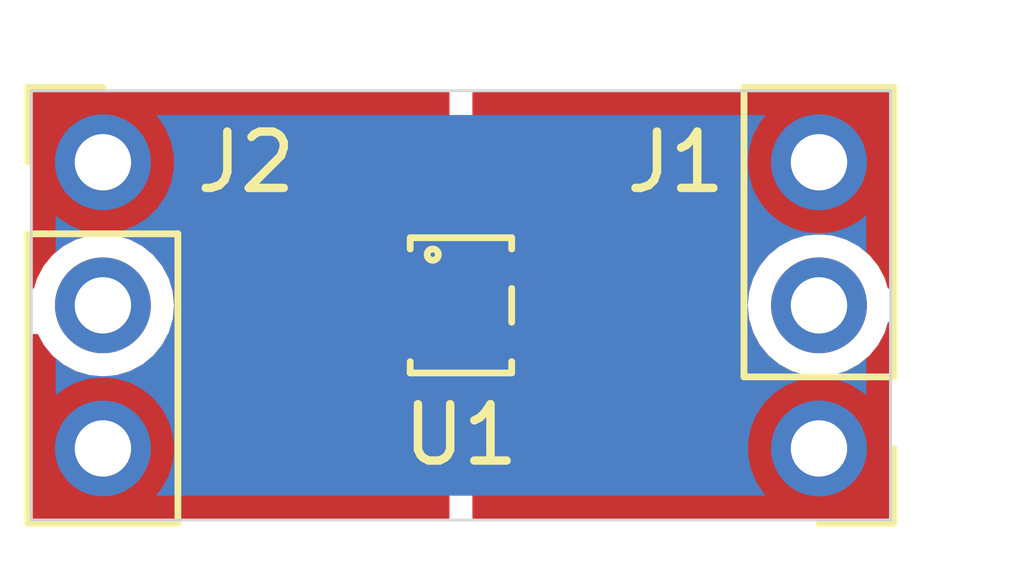
<source format=kicad_pcb>
(kicad_pcb (version 20171130) (host pcbnew "(5.1.0)-1")

  (general
    (thickness 1.6)
    (drawings 4)
    (tracks 0)
    (zones 0)
    (modules 3)
    (nets 5)
  )

  (page A4)
  (layers
    (0 F.Cu signal)
    (31 B.Cu signal)
    (32 B.Adhes user)
    (33 F.Adhes user)
    (34 B.Paste user)
    (35 F.Paste user)
    (36 B.SilkS user)
    (37 F.SilkS user)
    (38 B.Mask user)
    (39 F.Mask user)
    (40 Dwgs.User user)
    (41 Cmts.User user)
    (42 Eco1.User user)
    (43 Eco2.User user)
    (44 Edge.Cuts user)
    (45 Margin user)
    (46 B.CrtYd user)
    (47 F.CrtYd user)
    (48 B.Fab user)
    (49 F.Fab user)
  )

  (setup
    (last_trace_width 0.25)
    (trace_clearance 0.0254)
    (zone_clearance 0.4064)
    (zone_45_only no)
    (trace_min 0.2)
    (via_size 0.8)
    (via_drill 0.4)
    (via_min_size 0.4)
    (via_min_drill 0.3)
    (uvia_size 0.3)
    (uvia_drill 0.1)
    (uvias_allowed no)
    (uvia_min_size 0.2)
    (uvia_min_drill 0.1)
    (edge_width 0.05)
    (segment_width 0.2)
    (pcb_text_width 0.3)
    (pcb_text_size 1.5 1.5)
    (mod_edge_width 0.12)
    (mod_text_size 1 1)
    (mod_text_width 0.15)
    (pad_size 0.85 0.4)
    (pad_drill 0)
    (pad_to_mask_clearance 0.051)
    (solder_mask_min_width 0.25)
    (aux_axis_origin 0 0)
    (visible_elements 7FFFFFFF)
    (pcbplotparams
      (layerselection 0x010fc_ffffffff)
      (usegerberextensions false)
      (usegerberattributes false)
      (usegerberadvancedattributes false)
      (creategerberjobfile false)
      (excludeedgelayer true)
      (linewidth 0.100000)
      (plotframeref false)
      (viasonmask false)
      (mode 1)
      (useauxorigin false)
      (hpglpennumber 1)
      (hpglpenspeed 20)
      (hpglpendiameter 15.000000)
      (psnegative false)
      (psa4output false)
      (plotreference true)
      (plotvalue true)
      (plotinvisibletext false)
      (padsonsilk false)
      (subtractmaskfromsilk false)
      (outputformat 1)
      (mirror false)
      (drillshape 1)
      (scaleselection 1)
      (outputdirectory ""))
  )

  (net 0 "")
  (net 1 "Net-(J1-Pad1)")
  (net 2 "Net-(J2-Pad1)")
  (net 3 "Net-(J1-Pad3)")
  (net 4 "Net-(J2-Pad3)")

  (net_class Default "This is the default net class."
    (clearance 0.0254)
    (trace_width 0.25)
    (via_dia 0.8)
    (via_drill 0.4)
    (uvia_dia 0.3)
    (uvia_drill 0.1)
    (add_net "Net-(J1-Pad1)")
    (add_net "Net-(J1-Pad3)")
    (add_net "Net-(J2-Pad1)")
    (add_net "Net-(J2-Pad3)")
  )

  (module Connector_PinHeader_2.54mm:PinHeader_1x03_P2.54mm_Vertical (layer F.Cu) (tedit 609EA06C) (tstamp 609EC8F0)
    (at 165.1 66.04)
    (descr "Through hole straight pin header, 1x03, 2.54mm pitch, single row")
    (tags "Through hole pin header THT 1x03 2.54mm single row")
    (path /609FD282)
    (fp_text reference J2 (at 2.54 0) (layer F.SilkS)
      (effects (font (size 1 1) (thickness 0.15)))
    )
    (fp_text value Conn_01x03 (at -2.794 2.54 90) (layer F.Fab) hide
      (effects (font (size 1 1) (thickness 0.15)))
    )
    (fp_text user %R (at 0 2.54 90) (layer F.Fab)
      (effects (font (size 1 1) (thickness 0.15)))
    )
    (fp_line (start 1.8 -1.8) (end -1.8 -1.8) (layer F.CrtYd) (width 0.05))
    (fp_line (start 1.8 6.85) (end 1.8 -1.8) (layer F.CrtYd) (width 0.05))
    (fp_line (start -1.8 6.85) (end 1.8 6.85) (layer F.CrtYd) (width 0.05))
    (fp_line (start -1.8 -1.8) (end -1.8 6.85) (layer F.CrtYd) (width 0.05))
    (fp_line (start -1.33 -1.33) (end 0 -1.33) (layer F.SilkS) (width 0.12))
    (fp_line (start -1.33 0) (end -1.33 -1.33) (layer F.SilkS) (width 0.12))
    (fp_line (start -1.33 1.27) (end 1.33 1.27) (layer F.SilkS) (width 0.12))
    (fp_line (start 1.33 1.27) (end 1.33 6.41) (layer F.SilkS) (width 0.12))
    (fp_line (start -1.33 1.27) (end -1.33 6.41) (layer F.SilkS) (width 0.12))
    (fp_line (start -1.33 6.41) (end 1.33 6.41) (layer F.SilkS) (width 0.12))
    (fp_line (start -1.27 -0.635) (end -0.635 -1.27) (layer F.Fab) (width 0.1))
    (fp_line (start -1.27 6.35) (end -1.27 -0.635) (layer F.Fab) (width 0.1))
    (fp_line (start 1.27 6.35) (end -1.27 6.35) (layer F.Fab) (width 0.1))
    (fp_line (start 1.27 -1.27) (end 1.27 6.35) (layer F.Fab) (width 0.1))
    (fp_line (start -0.635 -1.27) (end 1.27 -1.27) (layer F.Fab) (width 0.1))
    (pad 3 thru_hole oval (at 0 5.08) (size 1.7 1.7) (drill 1) (layers *.Cu *.Mask)
      (net 4 "Net-(J2-Pad3)"))
    (pad 2 thru_hole oval (at 0 2.54) (size 1.7 1.7) (drill 1) (layers *.Cu *.Mask)
      (clearance 0.4064))
    (pad 1 thru_hole circle (at 0 0) (size 1.7 1.7) (drill 1) (layers *.Cu *.Mask)
      (net 2 "Net-(J2-Pad1)"))
    (model ${KISYS3DMOD}/Connector_PinHeader_2.54mm.3dshapes/PinHeader_1x03_P2.54mm_Vertical.wrl
      (at (xyz 0 0 0))
      (scale (xyz 1 1 1))
      (rotate (xyz 0 0 0))
    )
  )

  (module Connector_PinHeader_2.54mm:PinHeader_1x03_P2.54mm_Vertical (layer F.Cu) (tedit 609EA076) (tstamp 609EC72D)
    (at 177.8 71.12 180)
    (descr "Through hole straight pin header, 1x03, 2.54mm pitch, single row")
    (tags "Through hole pin header THT 1x03 2.54mm single row")
    (path /609FDE39)
    (fp_text reference J1 (at 2.54 5.08 180) (layer F.SilkS)
      (effects (font (size 1 1) (thickness 0.15)))
    )
    (fp_text value Conn_01x03 (at -2.794 2.54 90) (layer F.Fab)
      (effects (font (size 1 1) (thickness 0.15)))
    )
    (fp_text user %R (at 0 2.54 270) (layer F.Fab)
      (effects (font (size 1 1) (thickness 0.15)))
    )
    (fp_line (start 1.8 -1.8) (end -1.8 -1.8) (layer F.CrtYd) (width 0.05))
    (fp_line (start 1.8 6.85) (end 1.8 -1.8) (layer F.CrtYd) (width 0.05))
    (fp_line (start -1.8 6.85) (end 1.8 6.85) (layer F.CrtYd) (width 0.05))
    (fp_line (start -1.8 -1.8) (end -1.8 6.85) (layer F.CrtYd) (width 0.05))
    (fp_line (start -1.33 -1.33) (end 0 -1.33) (layer F.SilkS) (width 0.12))
    (fp_line (start -1.33 0) (end -1.33 -1.33) (layer F.SilkS) (width 0.12))
    (fp_line (start -1.33 1.27) (end 1.33 1.27) (layer F.SilkS) (width 0.12))
    (fp_line (start 1.33 1.27) (end 1.33 6.41) (layer F.SilkS) (width 0.12))
    (fp_line (start -1.33 1.27) (end -1.33 6.41) (layer F.SilkS) (width 0.12))
    (fp_line (start -1.33 6.41) (end 1.33 6.41) (layer F.SilkS) (width 0.12))
    (fp_line (start -1.27 -0.635) (end -0.635 -1.27) (layer F.Fab) (width 0.1))
    (fp_line (start -1.27 6.35) (end -1.27 -0.635) (layer F.Fab) (width 0.1))
    (fp_line (start 1.27 6.35) (end -1.27 6.35) (layer F.Fab) (width 0.1))
    (fp_line (start 1.27 -1.27) (end 1.27 6.35) (layer F.Fab) (width 0.1))
    (fp_line (start -0.635 -1.27) (end 1.27 -1.27) (layer F.Fab) (width 0.1))
    (pad 3 thru_hole oval (at 0 5.08 180) (size 1.7 1.7) (drill 1) (layers *.Cu *.Mask)
      (net 3 "Net-(J1-Pad3)"))
    (pad 2 thru_hole oval (at 0 2.54 180) (size 1.7 1.7) (drill 1) (layers *.Cu *.Mask)
      (clearance 0.4064))
    (pad 1 thru_hole circle (at 0 0 180) (size 1.7 1.7) (drill 1) (layers *.Cu *.Mask)
      (net 1 "Net-(J1-Pad1)"))
    (model ${KISYS3DMOD}/Connector_PinHeader_2.54mm.3dshapes/PinHeader_1x03_P2.54mm_Vertical.wrl
      (at (xyz 0 0 0))
      (scale (xyz 1 1 1))
      (rotate (xyz 0 0 0))
    )
  )

  (module spectrometer_core:SC70 (layer F.Cu) (tedit 609EA094) (tstamp 609EC554)
    (at 171.45 68.58)
    (path /609F7D65)
    (fp_text reference U1 (at 0 2.3) (layer F.SilkS)
      (effects (font (size 1 1) (thickness 0.15)))
    )
    (fp_text value LMS33460 (at 0 -4.572) (layer F.Fab)
      (effects (font (size 1 1) (thickness 0.15)))
    )
    (fp_circle (center -0.5 -0.9) (end -0.5 -0.8) (layer F.SilkS) (width 0.12))
    (fp_line (start -0.9 1.2) (end -0.9 1) (layer F.SilkS) (width 0.12))
    (fp_line (start 0.9 1.2) (end -0.9 1.2) (layer F.SilkS) (width 0.12))
    (fp_line (start 0.9 1) (end 0.9 1.2) (layer F.SilkS) (width 0.12))
    (fp_line (start 0.9 -0.3) (end 0.9 0.3) (layer F.SilkS) (width 0.12))
    (fp_line (start 0.9 -1.2) (end 0.9 -1) (layer F.SilkS) (width 0.12))
    (fp_line (start -0.9 -1.2) (end 0.9 -1.2) (layer F.SilkS) (width 0.12))
    (fp_line (start -0.9 -1) (end -0.9 -1.2) (layer F.SilkS) (width 0.12))
    (pad 4 smd roundrect (at 1.1 0.65) (size 0.85 0.4) (layers F.Cu F.Paste F.Mask) (roundrect_rratio 0.083)
      (net 1 "Net-(J1-Pad1)"))
    (pad 5 smd roundrect (at 1.1 -0.65) (size 0.85 0.4) (layers F.Cu F.Paste F.Mask) (roundrect_rratio 0.083)
      (net 3 "Net-(J1-Pad3)"))
    (pad 3 smd roundrect (at -1.1 0.65) (size 0.85 0.4) (layers F.Cu F.Paste F.Mask) (roundrect_rratio 0.083)
      (net 4 "Net-(J2-Pad3)"))
    (pad 2 smd roundrect (at -1.1 0) (size 0.85 0.4) (layers F.Cu F.Paste F.Mask) (roundrect_rratio 0.083)
      (net 2 "Net-(J2-Pad1)"))
    (pad 1 smd roundrect (at -1.1 -0.65) (size 0.85 0.4) (layers F.Cu F.Paste F.Mask) (roundrect_rratio 0.5))
  )

  (gr_line (start 163.83 64.77) (end 179.07 64.77) (layer Edge.Cuts) (width 0.05) (tstamp 609ED03D))
  (gr_line (start 163.83 72.39) (end 163.83 64.77) (layer Edge.Cuts) (width 0.05))
  (gr_line (start 179.07 72.39) (end 163.83 72.39) (layer Edge.Cuts) (width 0.05))
  (gr_line (start 179.07 64.77) (end 179.07 72.39) (layer Edge.Cuts) (width 0.05))

  (zone (net 3) (net_name "Net-(J1-Pad3)") (layer F.Cu) (tstamp 0) (hatch edge 0.508)
    (connect_pads yes (clearance 0))
    (min_thickness 0.0254)
    (fill yes (arc_segments 32) (thermal_gap 0.508) (thermal_bridge_width 0.508))
    (polygon
      (pts
        (xy 179.07 64.77) (xy 171.6532 64.77) (xy 171.6532 68.3768) (xy 179.07 68.3768)
      )
    )
    (filled_polygon
      (pts
        (xy 179.0323 68.270436) (xy 178.978168 68.091987) (xy 178.860323 67.871515) (xy 178.701731 67.678269) (xy 178.508485 67.519677)
        (xy 178.288013 67.401832) (xy 178.048787 67.329263) (xy 177.862341 67.3109) (xy 177.737659 67.3109) (xy 177.551213 67.329263)
        (xy 177.311987 67.401832) (xy 177.091515 67.519677) (xy 176.898269 67.678269) (xy 176.739677 67.871515) (xy 176.621832 68.091987)
        (xy 176.549263 68.331213) (xy 176.546024 68.3641) (xy 171.6659 68.3641) (xy 171.6659 64.8077) (xy 179.0323 64.8077)
      )
    )
  )
  (zone (net 1) (net_name "Net-(J1-Pad1)") (layer F.Cu) (tstamp 0) (hatch edge 0.508)
    (connect_pads yes (clearance 0))
    (min_thickness 0.0254)
    (fill yes (arc_segments 32) (thermal_gap 0.508) (thermal_bridge_width 0.508))
    (polygon
      (pts
        (xy 171.6532 72.39) (xy 179.07 72.39) (xy 179.07 68.7832) (xy 171.6532 68.7832)
      )
    )
    (filled_polygon
      (pts
        (xy 176.549263 68.828787) (xy 176.621832 69.068013) (xy 176.739677 69.288485) (xy 176.898269 69.481731) (xy 177.091515 69.640323)
        (xy 177.311987 69.758168) (xy 177.551213 69.830737) (xy 177.737659 69.8491) (xy 177.862341 69.8491) (xy 178.048787 69.830737)
        (xy 178.288013 69.758168) (xy 178.508485 69.640323) (xy 178.701731 69.481731) (xy 178.860323 69.288485) (xy 178.978168 69.068013)
        (xy 179.032301 68.889563) (xy 179.032301 72.3523) (xy 171.6659 72.3523) (xy 171.6659 68.7959) (xy 176.546024 68.7959)
      )
    )
  )
  (zone (net 4) (net_name "Net-(J2-Pad3)") (layer F.Cu) (tstamp 609ECF69) (hatch edge 0.508)
    (connect_pads yes (clearance 0))
    (min_thickness 0.0254)
    (fill yes (arc_segments 32) (thermal_gap 0.508) (thermal_bridge_width 0.508))
    (polygon
      (pts
        (xy 163.83 72.39) (xy 171.2468 72.39) (xy 171.2468 69.088) (xy 163.83 69.088)
      )
    )
    (filled_polygon
      (pts
        (xy 164.039677 69.288485) (xy 164.198269 69.481731) (xy 164.391515 69.640323) (xy 164.611987 69.758168) (xy 164.851213 69.830737)
        (xy 165.037659 69.8491) (xy 165.162341 69.8491) (xy 165.348787 69.830737) (xy 165.588013 69.758168) (xy 165.808485 69.640323)
        (xy 166.001731 69.481731) (xy 166.160323 69.288485) (xy 166.260696 69.1007) (xy 171.2341 69.1007) (xy 171.2341 72.3523)
        (xy 163.8677 72.3523) (xy 163.8677 69.1007) (xy 163.939304 69.1007)
      )
    )
  )
  (zone (net 2) (net_name "Net-(J2-Pad1)") (layer F.Cu) (tstamp 609ECC16) (hatch edge 0.508)
    (connect_pads yes (clearance 0))
    (min_thickness 0.0254)
    (fill yes (arc_segments 32) (thermal_gap 0.508) (thermal_bridge_width 0.508))
    (polygon
      (pts
        (xy 171.2468 64.77) (xy 163.83 64.77) (xy 163.83 68.6816) (xy 171.2468 68.6816)
      )
    )
    (filled_polygon
      (pts
        (xy 171.2341 68.6689) (xy 166.366484 68.6689) (xy 166.37524 68.58) (xy 166.350737 68.331213) (xy 166.278168 68.091987)
        (xy 166.191584 67.929999) (xy 169.886716 67.929999) (xy 169.886716 67.930001) (xy 169.891295 67.976488) (xy 169.904854 68.021188)
        (xy 169.926874 68.062384) (xy 169.956508 68.098493) (xy 169.992617 68.128127) (xy 170.033813 68.150147) (xy 170.078513 68.163706)
        (xy 170.125 68.168285) (xy 170.575 68.168285) (xy 170.621487 68.163706) (xy 170.666187 68.150147) (xy 170.707383 68.128127)
        (xy 170.743492 68.098493) (xy 170.773126 68.062384) (xy 170.795146 68.021188) (xy 170.808705 67.976488) (xy 170.813284 67.930001)
        (xy 170.813284 67.929999) (xy 170.808705 67.883512) (xy 170.795146 67.838812) (xy 170.773126 67.797616) (xy 170.743492 67.761507)
        (xy 170.707383 67.731873) (xy 170.666187 67.709853) (xy 170.621487 67.696294) (xy 170.575 67.691715) (xy 170.125 67.691715)
        (xy 170.078513 67.696294) (xy 170.033813 67.709853) (xy 169.992617 67.731873) (xy 169.956508 67.761507) (xy 169.926874 67.797616)
        (xy 169.904854 67.838812) (xy 169.891295 67.883512) (xy 169.886716 67.929999) (xy 166.191584 67.929999) (xy 166.160323 67.871515)
        (xy 166.001731 67.678269) (xy 165.808485 67.519677) (xy 165.588013 67.401832) (xy 165.348787 67.329263) (xy 165.162341 67.3109)
        (xy 165.037659 67.3109) (xy 164.851213 67.329263) (xy 164.611987 67.401832) (xy 164.391515 67.519677) (xy 164.198269 67.678269)
        (xy 164.039677 67.871515) (xy 163.921832 68.091987) (xy 163.8677 68.270435) (xy 163.8677 64.8077) (xy 171.2341 64.8077)
      )
    )
  )
  (zone (net 0) (net_name "") (layer B.Cu) (tstamp 0) (hatch edge 0.508)
    (connect_pads yes (clearance 0.4064))
    (min_thickness 0.0254)
    (fill yes (arc_segments 32) (thermal_gap 0.508) (thermal_bridge_width 0.508))
    (polygon
      (pts
        (xy 179.07 64.77) (xy 163.83 64.77) (xy 163.83 72.39) (xy 179.07 72.39)
      )
    )
    (filled_polygon
      (pts
        (xy 176.739677 65.331515) (xy 176.621832 65.551987) (xy 176.549263 65.791213) (xy 176.52476 66.04) (xy 176.549263 66.288787)
        (xy 176.621832 66.528013) (xy 176.739677 66.748485) (xy 176.898269 66.941731) (xy 177.091515 67.100323) (xy 177.311987 67.218168)
        (xy 177.551213 67.290737) (xy 177.737659 67.3091) (xy 177.862341 67.3091) (xy 178.048787 67.290737) (xy 178.288013 67.218168)
        (xy 178.508485 67.100323) (xy 178.6259 67.003963) (xy 178.6259 67.616037) (xy 178.508485 67.519677) (xy 178.288013 67.401832)
        (xy 178.048787 67.329263) (xy 177.862341 67.3109) (xy 177.737659 67.3109) (xy 177.551213 67.329263) (xy 177.311987 67.401832)
        (xy 177.091515 67.519677) (xy 176.898269 67.678269) (xy 176.739677 67.871515) (xy 176.621832 68.091987) (xy 176.549263 68.331213)
        (xy 176.52476 68.58) (xy 176.549263 68.828787) (xy 176.621832 69.068013) (xy 176.739677 69.288485) (xy 176.898269 69.481731)
        (xy 177.091515 69.640323) (xy 177.311987 69.758168) (xy 177.551213 69.830737) (xy 177.737659 69.8491) (xy 177.862341 69.8491)
        (xy 178.048787 69.830737) (xy 178.288013 69.758168) (xy 178.508485 69.640323) (xy 178.625901 69.543963) (xy 178.625901 70.151122)
        (xy 178.609004 70.134225) (xy 178.401144 69.995338) (xy 178.170183 69.89967) (xy 177.924995 69.8509) (xy 177.675005 69.8509)
        (xy 177.429817 69.89967) (xy 177.198856 69.995338) (xy 176.990996 70.134225) (xy 176.814225 70.310996) (xy 176.675338 70.518856)
        (xy 176.57967 70.749817) (xy 176.5309 70.995005) (xy 176.5309 71.244995) (xy 176.57967 71.490183) (xy 176.675338 71.721144)
        (xy 176.814225 71.929004) (xy 176.831121 71.9459) (xy 166.063964 71.9459) (xy 166.160323 71.828485) (xy 166.278168 71.608013)
        (xy 166.350737 71.368787) (xy 166.37524 71.12) (xy 166.350737 70.871213) (xy 166.278168 70.631987) (xy 166.160323 70.411515)
        (xy 166.001731 70.218269) (xy 165.808485 70.059677) (xy 165.588013 69.941832) (xy 165.348787 69.869263) (xy 165.162341 69.8509)
        (xy 165.037659 69.8509) (xy 164.851213 69.869263) (xy 164.611987 69.941832) (xy 164.391515 70.059677) (xy 164.2741 70.156036)
        (xy 164.2741 69.543964) (xy 164.391515 69.640323) (xy 164.611987 69.758168) (xy 164.851213 69.830737) (xy 165.037659 69.8491)
        (xy 165.162341 69.8491) (xy 165.348787 69.830737) (xy 165.588013 69.758168) (xy 165.808485 69.640323) (xy 166.001731 69.481731)
        (xy 166.160323 69.288485) (xy 166.278168 69.068013) (xy 166.350737 68.828787) (xy 166.37524 68.58) (xy 166.350737 68.331213)
        (xy 166.278168 68.091987) (xy 166.160323 67.871515) (xy 166.001731 67.678269) (xy 165.808485 67.519677) (xy 165.588013 67.401832)
        (xy 165.348787 67.329263) (xy 165.162341 67.3109) (xy 165.037659 67.3109) (xy 164.851213 67.329263) (xy 164.611987 67.401832)
        (xy 164.391515 67.519677) (xy 164.2741 67.616036) (xy 164.2741 67.008879) (xy 164.290996 67.025775) (xy 164.498856 67.164662)
        (xy 164.729817 67.26033) (xy 164.975005 67.3091) (xy 165.224995 67.3091) (xy 165.470183 67.26033) (xy 165.701144 67.164662)
        (xy 165.909004 67.025775) (xy 166.085775 66.849004) (xy 166.224662 66.641144) (xy 166.32033 66.410183) (xy 166.3691 66.164995)
        (xy 166.3691 65.915005) (xy 166.32033 65.669817) (xy 166.224662 65.438856) (xy 166.085775 65.230996) (xy 166.068879 65.2141)
        (xy 176.836036 65.2141)
      )
    )
  )
)

</source>
